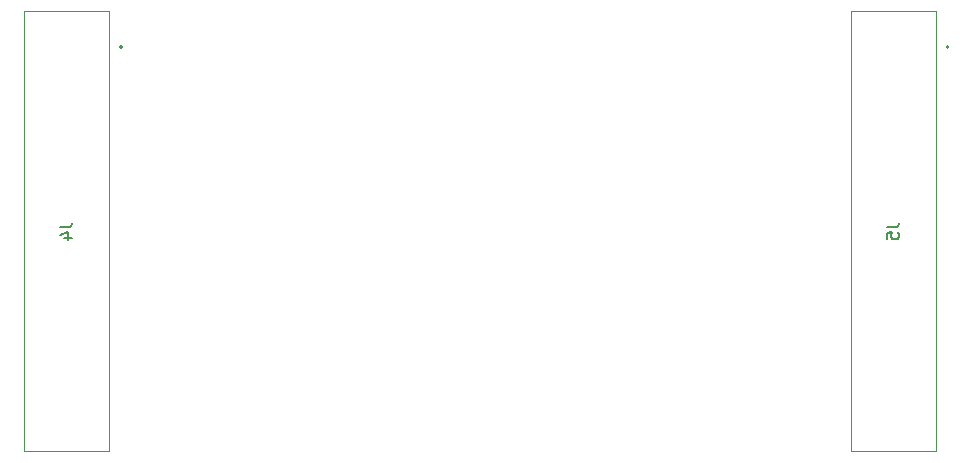
<source format=gbr>
%TF.GenerationSoftware,KiCad,Pcbnew,9.0.3*%
%TF.CreationDate,2025-10-01T18:20:22-04:00*%
%TF.ProjectId,ephys-test-module-molc-64-chan,65706879-732d-4746-9573-742d6d6f6475,A*%
%TF.SameCoordinates,Original*%
%TF.FileFunction,AssemblyDrawing,Bot*%
%FSLAX46Y46*%
G04 Gerber Fmt 4.6, Leading zero omitted, Abs format (unit mm)*
G04 Created by KiCad (PCBNEW 9.0.3) date 2025-10-01 18:20:22*
%MOMM*%
%LPD*%
G01*
G04 APERTURE LIST*
%ADD10C,0.150000*%
%ADD11C,0.100000*%
%ADD12C,0.200000*%
G04 APERTURE END LIST*
D10*
X122454819Y-99666666D02*
X123169104Y-99666666D01*
X123169104Y-99666666D02*
X123311961Y-99619047D01*
X123311961Y-99619047D02*
X123407200Y-99523809D01*
X123407200Y-99523809D02*
X123454819Y-99380952D01*
X123454819Y-99380952D02*
X123454819Y-99285714D01*
X122788152Y-100571428D02*
X123454819Y-100571428D01*
X122407200Y-100333333D02*
X123121485Y-100095238D01*
X123121485Y-100095238D02*
X123121485Y-100714285D01*
X192454819Y-99666666D02*
X193169104Y-99666666D01*
X193169104Y-99666666D02*
X193311961Y-99619047D01*
X193311961Y-99619047D02*
X193407200Y-99523809D01*
X193407200Y-99523809D02*
X193454819Y-99380952D01*
X193454819Y-99380952D02*
X193454819Y-99285714D01*
X192454819Y-100619047D02*
X192454819Y-100142857D01*
X192454819Y-100142857D02*
X192931009Y-100095238D01*
X192931009Y-100095238D02*
X192883390Y-100142857D01*
X192883390Y-100142857D02*
X192835771Y-100238095D01*
X192835771Y-100238095D02*
X192835771Y-100476190D01*
X192835771Y-100476190D02*
X192883390Y-100571428D01*
X192883390Y-100571428D02*
X192931009Y-100619047D01*
X192931009Y-100619047D02*
X193026247Y-100666666D01*
X193026247Y-100666666D02*
X193264342Y-100666666D01*
X193264342Y-100666666D02*
X193359580Y-100619047D01*
X193359580Y-100619047D02*
X193407200Y-100571428D01*
X193407200Y-100571428D02*
X193454819Y-100476190D01*
X193454819Y-100476190D02*
X193454819Y-100238095D01*
X193454819Y-100238095D02*
X193407200Y-100142857D01*
X193407200Y-100142857D02*
X193359580Y-100095238D01*
D11*
%TO.C,J4*%
X119380500Y-81365000D02*
X126619500Y-81365000D01*
X119380500Y-118635000D02*
X119380500Y-81365000D01*
X126619500Y-81365000D02*
X126619500Y-118635000D01*
X126619500Y-118635000D02*
X119380500Y-118635000D01*
D12*
X127700000Y-84400000D02*
G75*
G02*
X127500000Y-84400000I-100000J0D01*
G01*
X127500000Y-84400000D02*
G75*
G02*
X127700000Y-84400000I100000J0D01*
G01*
D11*
%TO.C,J5*%
X189380500Y-81365000D02*
X196619500Y-81365000D01*
X189380500Y-118635000D02*
X189380500Y-81365000D01*
X196619500Y-81365000D02*
X196619500Y-118635000D01*
X196619500Y-118635000D02*
X189380500Y-118635000D01*
D12*
X197700000Y-84400000D02*
G75*
G02*
X197500000Y-84400000I-100000J0D01*
G01*
X197500000Y-84400000D02*
G75*
G02*
X197700000Y-84400000I100000J0D01*
G01*
%TD*%
M02*

</source>
